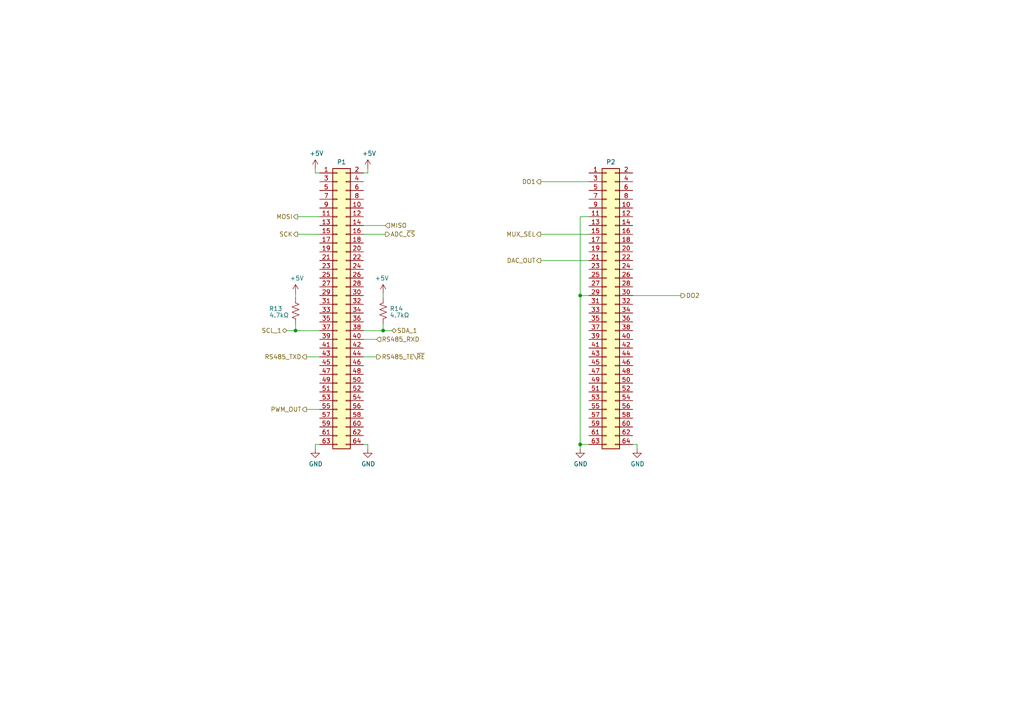
<source format=kicad_sch>
(kicad_sch (version 20231120) (generator "eeschema") (generator_version "8.0")
  (paper "A4")
  (title_block (title "MCU") (rev "1.1") (comment 2 "Released under CC BY-NC-SA license"))
  (lib_symbols
    (symbol "Connector_Generic:Conn_02x32_Odd_Even" (pin_names (offset 1.016) hide)
      (property "Reference" "J" (at 1.27 40.64 0))
      (property "Value" "Conn_02x32_Odd_Even" (at 1.27 -43.18 0))
      (symbol "Conn_02x32_Odd_Even_1_1"
        (rectangle (start -1.27 -40.513) (end 0 -40.767) (stroke (width 0.1524)))
        (rectangle (start -1.27 -37.973) (end 0 -38.227) (stroke (width 0.1524)))
        (rectangle (start -1.27 -35.433) (end 0 -35.687) (stroke (width 0.1524)))
        (rectangle (start -1.27 -32.893) (end 0 -33.147) (stroke (width 0.1524)))
        (rectangle (start -1.27 -30.353) (end 0 -30.607) (stroke (width 0.1524)))
        (rectangle (start -1.27 -27.813) (end 0 -28.067) (stroke (width 0.1524)))
        (rectangle (start -1.27 -25.273) (end 0 -25.527) (stroke (width 0.1524)))
        (rectangle (start -1.27 -22.733) (end 0 -22.987) (stroke (width 0.1524)))
        (rectangle (start -1.27 -20.193) (end 0 -20.447) (stroke (width 0.1524)))
        (rectangle (start -1.27 -17.653) (end 0 -17.907) (stroke (width 0.1524)))
        (rectangle (start -1.27 -15.113) (end 0 -15.367) (stroke (width 0.1524)))
        (rectangle (start -1.27 -12.573) (end 0 -12.827) (stroke (width 0.1524)))
        (rectangle (start -1.27 -10.033) (end 0 -10.287) (stroke (width 0.1524)))
        (rectangle (start -1.27 -7.493) (end 0 -7.747) (stroke (width 0.1524)))
        (rectangle (start -1.27 -4.953) (end 0 -5.207) (stroke (width 0.1524)))
        (rectangle (start -1.27 -2.413) (end 0 -2.667) (stroke (width 0.1524)))
        (rectangle (start -1.27 0.127) (end 0 -0.127) (stroke (width 0.1524)))
        (rectangle (start -1.27 2.667) (end 0 2.413) (stroke (width 0.1524)))
        (rectangle (start -1.27 5.207) (end 0 4.953) (stroke (width 0.1524)))
        (rectangle (start -1.27 7.747) (end 0 7.493) (stroke (width 0.1524)))
        (rectangle (start -1.27 10.287) (end 0 10.033) (stroke (width 0.1524)))
        (rectangle (start -1.27 12.827) (end 0 12.573) (stroke (width 0.1524)))
        (rectangle (start -1.27 15.367) (end 0 15.113) (stroke (width 0.1524)))
        (rectangle (start -1.27 17.907) (end 0 17.653) (stroke (width 0.1524)))
        (rectangle (start -1.27 20.447) (end 0 20.193) (stroke (width 0.1524)))
        (rectangle (start -1.27 22.987) (end 0 22.733) (stroke (width 0.1524)))
        (rectangle (start -1.27 25.527) (end 0 25.273) (stroke (width 0.1524)))
        (rectangle (start -1.27 28.067) (end 0 27.813) (stroke (width 0.1524)))
        (rectangle (start -1.27 30.607) (end 0 30.353) (stroke (width 0.1524)))
        (rectangle (start -1.27 33.147) (end 0 32.893) (stroke (width 0.1524)))
        (rectangle (start -1.27 35.687) (end 0 35.433) (stroke (width 0.1524)))
        (rectangle (start -1.27 38.227) (end 0 37.973) (stroke (width 0.1524)))
        (rectangle (start -1.27 39.37) (end 3.81 -41.91) (stroke (width 0.254)) (fill (type background)))
        (rectangle (start 3.81 -40.513) (end 2.54 -40.767) (stroke (width 0.1524)))
        (rectangle (start 3.81 -37.973) (end 2.54 -38.227) (stroke (width 0.1524)))
        (rectangle (start 3.81 -35.433) (end 2.54 -35.687) (stroke (width 0.1524)))
        (rectangle (start 3.81 -32.893) (end 2.54 -33.147) (stroke (width 0.1524)))
        (rectangle (start 3.81 -30.353) (end 2.54 -30.607) (stroke (width 0.1524)))
        (rectangle (start 3.81 -27.813) (end 2.54 -28.067) (stroke (width 0.1524)))
        (rectangle (start 3.81 -25.273) (end 2.54 -25.527) (stroke (width 0.1524)))
        (rectangle (start 3.81 -22.733) (end 2.54 -22.987) (stroke (width 0.1524)))
        (rectangle (start 3.81 -20.193) (end 2.54 -20.447) (stroke (width 0.1524)))
        (rectangle (start 3.81 -17.653) (end 2.54 -17.907) (stroke (width 0.1524)))
        (rectangle (start 3.81 -15.113) (end 2.54 -15.367) (stroke (width 0.1524)))
        (rectangle (start 3.81 -12.573) (end 2.54 -12.827) (stroke (width 0.1524)))
        (rectangle (start 3.81 -10.033) (end 2.54 -10.287) (stroke (width 0.1524)))
        (rectangle (start 3.81 -7.493) (end 2.54 -7.747) (stroke (width 0.1524)))
        (rectangle (start 3.81 -4.953) (end 2.54 -5.207) (stroke (width 0.1524)))
        (rectangle (start 3.81 -2.413) (end 2.54 -2.667) (stroke (width 0.1524)))
        (rectangle (start 3.81 0.127) (end 2.54 -0.127) (stroke (width 0.1524)))
        (rectangle (start 3.81 2.667) (end 2.54 2.413) (stroke (width 0.1524)))
        (rectangle (start 3.81 5.207) (end 2.54 4.953) (stroke (width 0.1524)))
        (rectangle (start 3.81 7.747) (end 2.54 7.493) (stroke (width 0.1524)))
        (rectangle (start 3.81 10.287) (end 2.54 10.033) (stroke (width 0.1524)))
        (rectangle (start 3.81 12.827) (end 2.54 12.573) (stroke (width 0.1524)))
        (rectangle (start 3.81 15.367) (end 2.54 15.113) (stroke (width 0.1524)))
        (rectangle (start 3.81 17.907) (end 2.54 17.653) (stroke (width 0.1524)))
        (rectangle (start 3.81 20.447) (end 2.54 20.193) (stroke (width 0.1524)))
        (rectangle (start 3.81 22.987) (end 2.54 22.733) (stroke (width 0.1524)))
        (rectangle (start 3.81 25.527) (end 2.54 25.273) (stroke (width 0.1524)))
        (rectangle (start 3.81 28.067) (end 2.54 27.813) (stroke (width 0.1524)))
        (rectangle (start 3.81 30.607) (end 2.54 30.353) (stroke (width 0.1524)))
        (rectangle (start 3.81 33.147) (end 2.54 32.893) (stroke (width 0.1524)))
        (rectangle (start 3.81 35.687) (end 2.54 35.433) (stroke (width 0.1524)))
        (rectangle (start 3.81 38.227) (end 2.54 37.973) (stroke (width 0.1524)))
        (pin passive line (at -5.08 38.1 0) (length 3.81) (name "Pin_1") (number "1"))
        (pin passive line (at 7.62 27.94 180) (length 3.81) (name "Pin_10") (number "10"))
        (pin passive line (at -5.08 25.4 0) (length 3.81) (name "Pin_11") (number "11"))
        (pin passive line (at 7.62 25.4 180) (length 3.81) (name "Pin_12") (number "12"))
        (pin passive line (at -5.08 22.86 0) (length 3.81) (name "Pin_13") (number "13"))
        (pin passive line (at 7.62 22.86 180) (length 3.81) (name "Pin_14") (number "14"))
        (pin passive line (at -5.08 20.32 0) (length 3.81) (name "Pin_15") (number "15"))
        (pin passive line (at 7.62 20.32 180) (length 3.81) (name "Pin_16") (number "16"))
        (pin passive line (at -5.08 17.78 0) (length 3.81) (name "Pin_17") (number "17"))
        (pin passive line (at 7.62 17.78 180) (length 3.81) (name "Pin_18") (number "18"))
        (pin passive line (at -5.08 15.24 0) (length 3.81) (name "Pin_19") (number "19"))
        (pin passive line (at 7.62 38.1 180) (length 3.81) (name "Pin_2") (number "2"))
        (pin passive line (at 7.62 15.24 180) (length 3.81) (name "Pin_20") (number "20"))
        (pin passive line (at -5.08 12.7 0) (length 3.81) (name "Pin_21") (number "21"))
        (pin passive line (at 7.62 12.7 180) (length 3.81) (name "Pin_22") (number "22"))
        (pin passive line (at -5.08 10.16 0) (length 3.81) (name "Pin_23") (number "23"))
        (pin passive line (at 7.62 10.16 180) (length 3.81) (name "Pin_24") (number "24"))
        (pin passive line (at -5.08 7.62 0) (length 3.81) (name "Pin_25") (number "25"))
        (pin passive line (at 7.62 7.62 180) (length 3.81) (name "Pin_26") (number "26"))
        (pin passive line (at -5.08 5.08 0) (length 3.81) (name "Pin_27") (number "27"))
        (pin passive line (at 7.62 5.08 180) (length 3.81) (name "Pin_28") (number "28"))
        (pin passive line (at -5.08 2.54 0) (length 3.81) (name "Pin_29") (number "29"))
        (pin passive line (at -5.08 35.56 0) (length 3.81) (name "Pin_3") (number "3"))
        (pin passive line (at 7.62 2.54 180) (length 3.81) (name "Pin_30") (number "30"))
        (pin passive line (at -5.08 0 0) (length 3.81) (name "Pin_31") (number "31"))
        (pin passive line (at 7.62 0 180) (length 3.81) (name "Pin_32") (number "32"))
        (pin passive line (at -5.08 -2.54 0) (length 3.81) (name "Pin_33") (number "33"))
        (pin passive line (at 7.62 -2.54 180) (length 3.81) (name "Pin_34") (number "34"))
        (pin passive line (at -5.08 -5.08 0) (length 3.81) (name "Pin_35") (number "35"))
        (pin passive line (at 7.62 -5.08 180) (length 3.81) (name "Pin_36") (number "36"))
        (pin passive line (at -5.08 -7.62 0) (length 3.81) (name "Pin_37") (number "37"))
        (pin passive line (at 7.62 -7.62 180) (length 3.81) (name "Pin_38") (number "38"))
        (pin passive line (at -5.08 -10.16 0) (length 3.81) (name "Pin_39") (number "39"))
        (pin passive line (at 7.62 35.56 180) (length 3.81) (name "Pin_4") (number "4"))
        (pin passive line (at 7.62 -10.16 180) (length 3.81) (name "Pin_40") (number "40"))
        (pin passive line (at -5.08 -12.7 0) (length 3.81) (name "Pin_41") (number "41"))
        (pin passive line (at 7.62 -12.7 180) (length 3.81) (name "Pin_42") (number "42"))
        (pin passive line (at -5.08 -15.24 0) (length 3.81) (name "Pin_43") (number "43"))
        (pin passive line (at 7.62 -15.24 180) (length 3.81) (name "Pin_44") (number "44"))
        (pin passive line (at -5.08 -17.78 0) (length 3.81) (name "Pin_45") (number "45"))
        (pin passive line (at 7.62 -17.78 180) (length 3.81) (name "Pin_46") (number "46"))
        (pin passive line (at -5.08 -20.32 0) (length 3.81) (name "Pin_47") (number "47"))
        (pin passive line (at 7.62 -20.32 180) (length 3.81) (name "Pin_48") (number "48"))
        (pin passive line (at -5.08 -22.86 0) (length 3.81) (name "Pin_49") (number "49"))
        (pin passive line (at -5.08 33.02 0) (length 3.81) (name "Pin_5") (number "5"))
        (pin passive line (at 7.62 -22.86 180) (length 3.81) (name "Pin_50") (number "50"))
        (pin passive line (at -5.08 -25.4 0) (length 3.81) (name "Pin_51") (number "51"))
        (pin passive line (at 7.62 -25.4 180) (length 3.81) (name "Pin_52") (number "52"))
        (pin passive line (at -5.08 -27.94 0) (length 3.81) (name "Pin_53") (number "53"))
        (pin passive line (at 7.62 -27.94 180) (length 3.81) (name "Pin_54") (number "54"))
        (pin passive line (at -5.08 -30.48 0) (length 3.81) (name "Pin_55") (number "55"))
        (pin passive line (at 7.62 -30.48 180) (length 3.81) (name "Pin_56") (number "56"))
        (pin passive line (at -5.08 -33.02 0) (length 3.81) (name "Pin_57") (number "57"))
        (pin passive line (at 7.62 -33.02 180) (length 3.81) (name "Pin_58") (number "58"))
        (pin passive line (at -5.08 -35.56 0) (length 3.81) (name "Pin_59") (number "59"))
        (pin passive line (at 7.62 33.02 180) (length 3.81) (name "Pin_6") (number "6"))
        (pin passive line (at 7.62 -35.56 180) (length 3.81) (name "Pin_60") (number "60"))
        (pin passive line (at -5.08 -38.1 0) (length 3.81) (name "Pin_61") (number "61"))
        (pin passive line (at 7.62 -38.1 180) (length 3.81) (name "Pin_62") (number "62"))
        (pin passive line (at -5.08 -40.64 0) (length 3.81) (name "Pin_63") (number "63"))
        (pin passive line (at 7.62 -40.64 180) (length 3.81) (name "Pin_64") (number "64"))
        (pin passive line (at -5.08 30.48 0) (length 3.81) (name "Pin_7") (number "7"))
        (pin passive line (at 7.62 30.48 180) (length 3.81) (name "Pin_8") (number "8"))
        (pin passive line (at -5.08 27.94 0) (length 3.81) (name "Pin_9") (number "9"))
      )
    )
    (symbol "Device:R_US" (pin_numbers hide) (pin_names (offset 0))
      (property "Reference" "R" (at 2.54 0 90))
      (property "Value" "R_US" (at -2.54 0 90))
      (symbol "R_US_0_1"
        (polyline (pts (xy 0 -2.286) (xy 0 -2.54)))
        (polyline (pts (xy 0 2.286) (xy 0 2.54)))
        (polyline (pts (xy 0 -0.762) (xy 1.016 -1.143) (xy 0 -1.524) (xy -1.016 -1.905) (xy 0 -2.286)))
        (polyline (pts (xy 0 0.762) (xy 1.016 0.381) (xy 0 0) (xy -1.016 -0.381) (xy 0 -0.762)))
        (polyline (pts (xy 0 2.286) (xy 1.016 1.905) (xy 0 1.524) (xy -1.016 1.143) (xy 0 0.762)))
      )
      (symbol "R_US_1_1"
        (pin passive line (at 0 3.81 270) (length 1.27) (name "~") (number "1"))
        (pin passive line (at 0 -3.81 90) (length 1.27) (name "~") (number "2"))
      )
    )
    (symbol "power:+5V" (power) (pin_names (offset 0))
      (property "Value" "+5V" (at 0 3.556 0))
      (symbol "+5V_0_1"
        (polyline (pts (xy -0.762 1.27) (xy 0 2.54)))
        (polyline (pts (xy 0 0) (xy 0 2.54)))
        (polyline (pts (xy 0 2.54) (xy 0.762 1.27)))
      )
      (symbol "+5V_1_1"
        (pin power_in line (at 0 0 90) (length 0) hide (name "+5V") (number "1"))
      )
    )
    (symbol "power:GND" (power) (pin_names (offset 0))
      (property "Value" "GND" (at 0 -3.81 0))
      (symbol "GND_0_1"
        (polyline (pts (xy 0 0) (xy 0 -1.27) (xy 1.27 -1.27) (xy 0 -2.54) (xy -1.27 -1.27) (xy 0 -1.27)))
      )
      (symbol "GND_1_1"
        (pin power_in line (at 0 0 270) (length 0) hide (name "GND") (number "1"))
      )
    )
  )
  (junction (at 85.725 95.885))
  (junction (at 168.275 128.905))
  (junction (at 168.275 85.725))
  (junction (at 111.125 95.885))
  (wire (pts (xy 92.71 62.865) (xy 86.36 62.865)))
  (wire (pts (xy 105.41 67.945) (xy 111.76 67.945)))
  (wire (pts (xy 91.44 48.895) (xy 91.44 50.165)))
  (wire (pts (xy 83.185 95.885) (xy 85.725 95.885)))
  (wire (pts (xy 111.125 93.98) (xy 111.125 95.885)))
  (wire (pts (xy 88.9 118.745) (xy 92.71 118.745)))
  (wire (pts (xy 183.515 128.905) (xy 184.785 128.905)))
  (wire (pts (xy 105.41 98.425) (xy 109.22 98.425)))
  (wire (pts (xy 168.275 128.905) (xy 168.275 85.725)))
  (wire (pts (xy 168.275 128.905) (xy 168.275 130.175)))
  (wire (pts (xy 170.815 62.865) (xy 168.275 62.865)))
  (wire (pts (xy 111.125 95.885) (xy 105.41 95.885)))
  (wire (pts (xy 85.725 95.885) (xy 92.71 95.885)))
  (wire (pts (xy 106.68 50.165) (xy 106.68 48.895)))
  (wire (pts (xy 92.71 103.505) (xy 88.9 103.505)))
  (wire (pts (xy 168.275 128.905) (xy 170.815 128.905)))
  (wire (pts (xy 85.725 93.98) (xy 85.725 95.885)))
  (wire (pts (xy 92.71 67.945) (xy 86.36 67.945)))
  (wire (pts (xy 91.44 50.165) (xy 92.71 50.165)))
  (wire (pts (xy 111.125 85.09) (xy 111.125 86.36)))
  (wire (pts (xy 105.41 128.905) (xy 106.68 128.905)))
  (wire (pts (xy 168.275 62.865) (xy 168.275 85.725)))
  (wire (pts (xy 85.725 85.09) (xy 85.725 86.36)))
  (wire (pts (xy 91.44 130.175) (xy 91.44 128.905)))
  (wire (pts (xy 184.785 128.905) (xy 184.785 130.175)))
  (wire (pts (xy 170.815 67.945) (xy 156.845 67.945)))
  (wire (pts (xy 109.22 103.505) (xy 105.41 103.505)))
  (wire (pts (xy 91.44 128.905) (xy 92.71 128.905)))
  (wire (pts (xy 170.815 75.565) (xy 156.845 75.565)))
  (wire (pts (xy 197.485 85.725) (xy 183.515 85.725)))
  (wire (pts (xy 168.275 85.725) (xy 170.815 85.725)))
  (wire (pts (xy 113.665 95.885) (xy 111.125 95.885)))
  (wire (pts (xy 156.845 52.705) (xy 170.815 52.705)))
  (wire (pts (xy 106.68 128.905) (xy 106.68 130.175)))
  (wire (pts (xy 105.41 65.405) (xy 111.76 65.405)))
  (wire (pts (xy 105.41 50.165) (xy 106.68 50.165)))
  (hierarchical_label "MISO" (shape input) (at 111.76 65.405 0))
  (hierarchical_label "SDA_1" (shape bidirectional) (at 113.665 95.885 0))
  (hierarchical_label "RS485_TE\\~{RE}" (shape output) (at 109.22 103.505 0))
  (hierarchical_label "SCL_1" (shape bidirectional) (at 83.185 95.885 180))
  (hierarchical_label "RS485_TXD" (shape output) (at 88.9 103.505 180))
  (hierarchical_label "MUX_SEL" (shape output) (at 156.845 67.945 180))
  (hierarchical_label "SCK" (shape output) (at 86.36 67.945 180))
  (hierarchical_label "ADC_~{CS}" (shape output) (at 111.76 67.945 0))
  (hierarchical_label "MOSI" (shape output) (at 86.36 62.865 180))
  (hierarchical_label "DO1" (shape output) (at 156.845 52.705 180))
  (hierarchical_label "DO2" (shape output) (at 197.485 85.725 0))
  (hierarchical_label "PWM_OUT" (shape output) (at 88.9 118.745 180))
  (hierarchical_label "DAC_OUT" (shape output) (at 156.845 75.565 180))
  (hierarchical_label "RS485_RXD" (shape input) (at 109.22 98.425 0))
  (symbol (lib_id "Device:R_US") (at 85.725 90.17 180) (unit 1)
    (property "Reference" "R13" (at 81.915 89.535 0) (effects (justify left)))
    (property "Value" "4.7kΩ" (at 83.82 91.44 0) (effects (justify left)))
    (property "Footprint" "Resistor_SMD:R_0603_1608Metric_Pad0.98x0.95mm_HandSolder" (effects (hide yes)))
  )
  (symbol (lib_id "power:+5V") (at 85.725 85.09 0) (unit 1)
    (property "Reference" "#PWR052" (effects (hide yes)))
    (property "Value" "+5V" (at 86.106 80.6958 0))
  )
  (symbol (lib_id "Device:R_US") (at 111.125 90.17 0) (mirror x) (unit 1)
    (property "Reference" "R14" (at 113.03 89.535 0) (effects (justify left)))
    (property "Value" "4.7kΩ" (at 113.03 91.44 0) (effects (justify left)))
    (property "Footprint" "Resistor_SMD:R_0603_1608Metric_Pad0.98x0.95mm_HandSolder" (effects (hide yes)))
  )
  (symbol (lib_id "power:+5V") (at 111.125 85.09 0) (mirror y) (unit 1)
    (property "Reference" "#PWR053" (effects (hide yes)))
    (property "Value" "+5V" (at 110.744 80.6958 0))
  )
  (symbol (lib_id "Connector_Generic:Conn_02x32_Odd_Even") (at 97.79 88.265 0) (unit 1)
    (property "Reference" "P1" (at 99.06 46.99 0))
    (property "Value" " " (at 99.06 46.9646 0))
    (property "Footprint" "Connector_PinHeader_2.54mm:PinHeader_2x32_P2.54mm_Vertical" (effects (hide yes)))
  )
  (symbol (lib_id "Connector_Generic:Conn_02x32_Odd_Even") (at 175.895 88.265 0) (unit 1)
    (property "Reference" "P2" (at 177.165 46.99 0))
    (property "Value" " " (at 177.165 46.9646 0))
    (property "Footprint" "Connector_PinHeader_2.54mm:PinHeader_2x32_P2.54mm_Vertical" (effects (hide yes)))
  )
  (symbol (lib_id "power:+5V") (at 91.44 48.895 0) (unit 1)
    (property "Reference" "#PWR050" (effects (hide yes)))
    (property "Value" "+5V" (at 91.821 44.5008 0))
  )
  (symbol (lib_id "power:+5V") (at 106.68 48.895 0) (unit 1)
    (property "Reference" "#PWR051" (effects (hide yes)))
    (property "Value" "+5V" (at 107.061 44.5008 0))
  )
  (symbol (lib_id "power:GND") (at 106.68 130.175 0) (unit 1)
    (property "Reference" "#PWR055" (effects (hide yes)))
    (property "Value" "GND" (at 106.807 134.5692 0))
  )
  (symbol (lib_id "power:GND") (at 91.44 130.175 0) (unit 1)
    (property "Reference" "#PWR054" (effects (hide yes)))
    (property "Value" "GND" (at 91.567 134.5692 0))
  )
  (symbol (lib_id "power:GND") (at 168.275 130.175 0) (unit 1)
    (property "Reference" "#PWR056" (effects (hide yes)))
    (property "Value" "GND" (at 168.402 134.5692 0))
  )
  (symbol (lib_id "power:GND") (at 184.785 130.175 0) (unit 1)
    (property "Reference" "#PWR057" (effects (hide yes)))
    (property "Value" "GND" (at 184.912 134.5692 0))
  )
)
</source>
